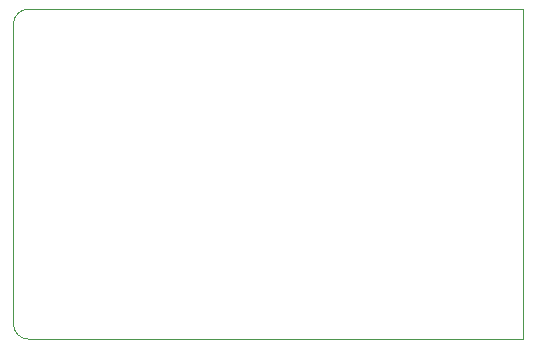
<source format=gbr>
G04 #@! TF.FileFunction,Profile,NP*
%FSLAX46Y46*%
G04 Gerber Fmt 4.6, Leading zero omitted, Abs format (unit mm)*
G04 Created by KiCad (PCBNEW 0.201502111101+5414~21~ubuntu14.04.1-product) date Wed 11 Feb 2015 11:41:42 AM PST*
%MOMM*%
G01*
G04 APERTURE LIST*
%ADD10C,0.100000*%
G04 APERTURE END LIST*
D10*
X93980000Y-127000000D02*
X92710000Y-127000000D01*
X93980000Y-99060000D02*
X93980000Y-127000000D01*
X90170000Y-99060000D02*
X93980000Y-99060000D01*
X50800000Y-125730000D02*
G75*
G03X52070000Y-127000000I1270000J0D01*
G01*
X52070000Y-99060000D02*
G75*
G03X50800000Y-100330000I0J-1270000D01*
G01*
X92710000Y-127000000D02*
X52070000Y-127000000D01*
X52070000Y-99060000D02*
X90170000Y-99060000D01*
X50800000Y-125730000D02*
X50800000Y-100330000D01*
M02*

</source>
